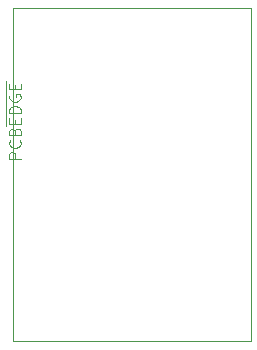
<source format=gm1>
G04 #@! TF.GenerationSoftware,KiCad,Pcbnew,5.1.5-52549c5~84~ubuntu18.04.1*
G04 #@! TF.CreationDate,2020-01-14T23:08:30-05:00*
G04 #@! TF.ProjectId,emrax-228-resolver-breakout,656d7261-782d-4323-9238-2d7265736f6c,rev?*
G04 #@! TF.SameCoordinates,Original*
G04 #@! TF.FileFunction,Profile,NP*
%FSLAX46Y46*%
G04 Gerber Fmt 4.6, Leading zero omitted, Abs format (unit mm)*
G04 Created by KiCad (PCBNEW 5.1.5-52549c5~84~ubuntu18.04.1) date 2020-01-14 23:08:30*
%MOMM*%
%LPD*%
G04 APERTURE LIST*
%ADD10C,0.050000*%
G04 APERTURE END LIST*
D10*
X133604000Y-93091000D02*
X153797000Y-93091000D01*
X133604000Y-64897000D02*
X133604000Y-93091000D01*
X153797000Y-64897000D02*
X133604000Y-64897000D01*
X153797000Y-93091000D02*
X153797000Y-64897000D01*
X134309310Y-77647926D02*
X133309310Y-77647926D01*
X133309310Y-77266974D01*
X133356930Y-77171736D01*
X133404549Y-77124117D01*
X133499787Y-77076498D01*
X133642644Y-77076498D01*
X133737882Y-77124117D01*
X133785501Y-77171736D01*
X133833120Y-77266974D01*
X133833120Y-77647926D01*
X134214072Y-76076498D02*
X134261691Y-76124117D01*
X134309310Y-76266974D01*
X134309310Y-76362212D01*
X134261691Y-76505069D01*
X134166453Y-76600307D01*
X134071215Y-76647926D01*
X133880739Y-76695545D01*
X133737882Y-76695545D01*
X133547406Y-76647926D01*
X133452168Y-76600307D01*
X133356930Y-76505069D01*
X133309310Y-76362212D01*
X133309310Y-76266974D01*
X133356930Y-76124117D01*
X133404549Y-76076498D01*
X133785501Y-75314593D02*
X133833120Y-75171736D01*
X133880739Y-75124117D01*
X133975977Y-75076498D01*
X134118834Y-75076498D01*
X134214072Y-75124117D01*
X134261691Y-75171736D01*
X134309310Y-75266974D01*
X134309310Y-75647926D01*
X133309310Y-75647926D01*
X133309310Y-75314593D01*
X133356930Y-75219355D01*
X133404549Y-75171736D01*
X133499787Y-75124117D01*
X133595025Y-75124117D01*
X133690263Y-75171736D01*
X133737882Y-75219355D01*
X133785501Y-75314593D01*
X133785501Y-75647926D01*
X133071930Y-74886021D02*
X133071930Y-73981260D01*
X133785501Y-74647926D02*
X133785501Y-74314593D01*
X134309310Y-74171736D02*
X134309310Y-74647926D01*
X133309310Y-74647926D01*
X133309310Y-74171736D01*
X133071930Y-73981260D02*
X133071930Y-72981260D01*
X134309310Y-73743164D02*
X133309310Y-73743164D01*
X133309310Y-73505069D01*
X133356930Y-73362212D01*
X133452168Y-73266974D01*
X133547406Y-73219355D01*
X133737882Y-73171736D01*
X133880739Y-73171736D01*
X134071215Y-73219355D01*
X134166453Y-73266974D01*
X134261691Y-73362212D01*
X134309310Y-73505069D01*
X134309310Y-73743164D01*
X133071930Y-72981260D02*
X133071930Y-71981260D01*
X133356930Y-72219355D02*
X133309310Y-72314593D01*
X133309310Y-72457450D01*
X133356930Y-72600307D01*
X133452168Y-72695545D01*
X133547406Y-72743164D01*
X133737882Y-72790783D01*
X133880739Y-72790783D01*
X134071215Y-72743164D01*
X134166453Y-72695545D01*
X134261691Y-72600307D01*
X134309310Y-72457450D01*
X134309310Y-72362212D01*
X134261691Y-72219355D01*
X134214072Y-72171736D01*
X133880739Y-72171736D01*
X133880739Y-72362212D01*
X133071930Y-71981260D02*
X133071930Y-71076498D01*
X133785501Y-71743164D02*
X133785501Y-71409831D01*
X134309310Y-71266974D02*
X134309310Y-71743164D01*
X133309310Y-71743164D01*
X133309310Y-71266974D01*
M02*

</source>
